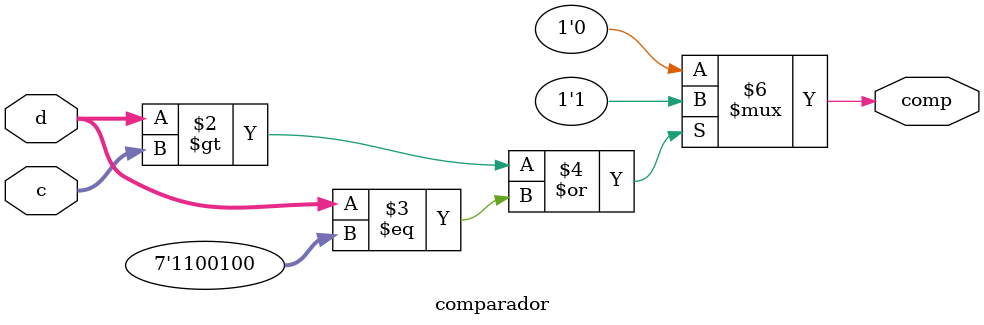
<source format=v>
`timescale 1ns / 1ps

module comparador(
	input wire [6:0]c,
	input wire [6:0]d,
	output reg comp
);
	always@*
      if ((d > c)|(d==7'd100))
         comp <= 1'b1;
      else
         comp <= 1'b0;

endmodule


</source>
